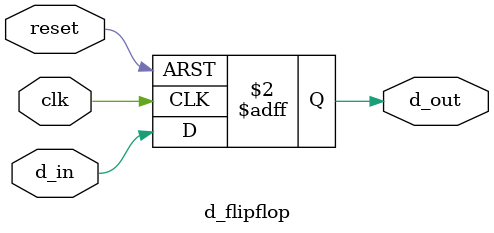
<source format=v>
`timescale 1ns / 1ps
module d_flipflop(
    input clk,
    input reset,
    input d_in,
    output reg d_out
    );
	 
	
	always@(posedge clk or posedge reset)begin
		if(reset)begin
			d_out<=1'b0;
		end
		else begin
			d_out<=d_in;
		end
	end

endmodule

</source>
